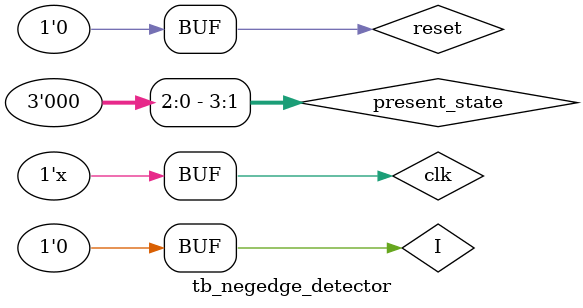
<source format=v>
`timescale 1ns / 1ps


module tb_negedge_detector;

reg I;
reg reset = 1'b1;
reg clk = 1'b0;
wire Y;
wire [3:0] present_state;

always #5 clk = ~clk;

initial #10 reset = 1'b0;

initial
    begin
        I = 1'b1;
        
        #3 I = 1'b0;
        #5 I = 1'b1;
        
        #25 I = 1'b1;
        
        #20 I = 1'b0;
        
        #20 I = 1'b1;
        
        #20 I = 1'b0;
    end
    
    negedge_detector DUT(.I(I), .reset(reset), .clk(clk), .Y(Y));
    assign present_state = DUT.present_state;
endmodule

</source>
